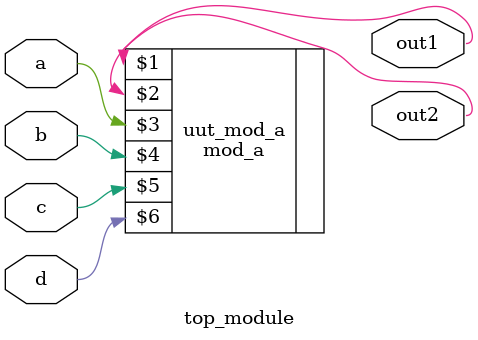
<source format=v>
module top_module ( 
    input a, 
    input b, 
    input c,
    input d,
    output out1,
    output out2
);
    mod_a uut_mod_a(out1,out2,a,b,c,d);

endmodule

</source>
